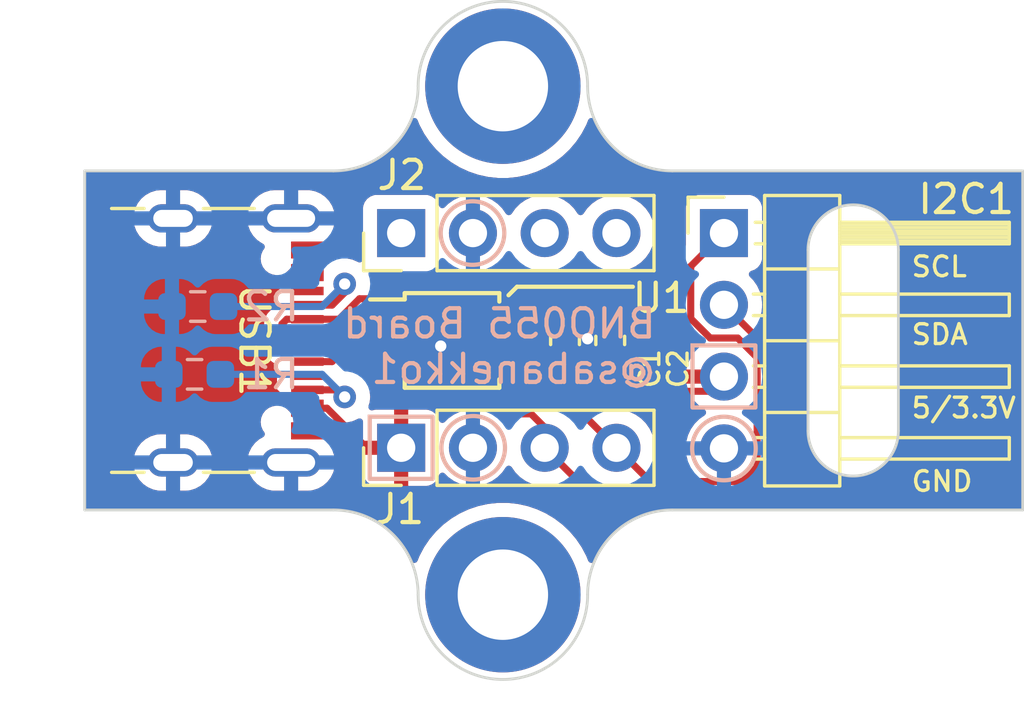
<source format=kicad_pcb>
(kicad_pcb (version 20240108) (generator "pcbnew") (generator_version "8.0")
  (layers (0 "F.Cu" signal) (31 "B.Cu" signal) (34 "B.Paste" user) (35 "F.Paste" user) (36 "B.SilkS" user "B.Silkscreen") (37 "F.SilkS" user "F.Silkscreen") (38 "B.Mask" user) (39 "F.Mask" user) (44 "Edge.Cuts" user))
  (net 0 "")
  (net 1 "+5V")
  (net 2 "GND")
  (net 3 "Net-(U1-V3)")
  (net 5 "SCL{slash}RX")
  (net 6 "SDA{slash}TX")
  (net 10 "Net-(USB1-CC2)")
  (net 11 "Net-(USB1-CC1)")
  (net 12 "Net-(U1-UD+)")
  (net 13 "Net-(U1-UD-)")
  (footprint "Connector_USB:USB_C_Receptacle_GCT_USB4105-xx-A_16P_TopMnt_Horizontal" (layer "F.Cu") (at 93 103.8 -90)
    (property "Reference" "USB1" (at 0 -1.8 -90) (layer "F.SilkS"))
    (property "Value" "USB_C_Receptacle_USB2.0")
    (fp_line (start -4.67 2.1) (end -4.67 3.25) (stroke (width 0.12)) (layer "F.SilkS"))
    (fp_line (start 4.67 2.1) (end 4.67 3.25) (stroke (width 0.12)) (layer "F.SilkS"))
    (fp_line (start -4.67 0) (end -4.67 -1.8) (stroke (width 0.12)) (layer "F.SilkS"))
    (fp_line (start 4.67 0) (end 4.67 -1.8) (stroke (width 0.12)) (layer "F.SilkS"))
    (pad "" np_thru_hole circle (at -2.89 -2.605 270) (size 0.65 0.65) (drill 0.65) (layers "F&B.Cu" "*.Mask"))
    (pad "" np_thru_hole circle (at 2.89 -2.605 270) (size 0.65 0.65) (drill 0.65) (layers "F&B.Cu" "*.Mask"))
    (pad "A1" smd rect (at -3.2 -3.68 270) (size 0.6 1.15) (layers "F.Cu" "F.Paste" "F.Mask") (net 2 "GND"))
    (pad "A4" smd rect (at -2.4 -3.68 270) (size 0.6 1.15) (layers "F.Cu" "F.Paste" "F.Mask") (net 1 "+5V"))
    (pad "A5" smd rect (at -1.25 -3.68 270) (size 0.3 1.15) (layers "F.Cu" "F.Paste" "F.Mask") (net 11 "Net-(USB1-CC1)"))
    (pad "A6" smd rect (at -0.25 -3.68 270) (size 0.3 1.15) (layers "F.Cu" "F.Paste" "F.Mask") (net 12 "Net-(U1-UD+)"))
    (pad "A7" smd rect (at 0.25 -3.68 270) (size 0.3 1.15) (layers "F.Cu" "F.Paste" "F.Mask") (net 13 "Net-(U1-UD-)"))
    (pad "A8" smd rect (at 1.25 -3.68 270) (size 0.3 1.15) (layers "F.Cu" "F.Paste" "F.Mask"))
    (pad "A9" smd rect (at 2.4 -3.68 270) (size 0.6 1.15) (layers "F.Cu" "F.Paste" "F.Mask") (net 1 "+5V"))
    (pad "A12" smd rect (at 3.2 -3.68 270) (size 0.6 1.15) (layers "F.Cu" "F.Paste" "F.Mask") (net 2 "GND"))
    (pad "B1" smd rect (at 3.2 -3.68 270) (size 0.6 1.15) (layers "F.Cu" "F.Paste" "F.Mask") (net 2 "GND"))
    (pad "B4" smd rect (at 2.4 -3.68 270) (size 0.6 1.15) (layers "F.Cu" "F.Paste" "F.Mask") (net 1 "+5V"))
    (pad "B5" smd rect (at 1.75 -3.68 270) (size 0.3 1.15) (layers "F.Cu" "F.Paste" "F.Mask") (net 10 "Net-(USB1-CC2)"))
    (pad "B6" smd rect (at 0.75 -3.68 270) (size 0.3 1.15) (layers "F.Cu" "F.Paste" "F.Mask") (net 12 "Net-(U1-UD+)"))
    (pad "B7" smd rect (at -0.75 -3.68 270) (size 0.3 1.15) (layers "F.Cu" "F.Paste" "F.Mask") (net 13 "Net-(U1-UD-)"))
    (pad "B8" smd rect (at -1.75 -3.68 270) (size 0.3 1.15) (layers "F.Cu" "F.Paste" "F.Mask"))
    (pad "B9" smd rect (at -2.4 -3.68 270) (size 0.6 1.15) (layers "F.Cu" "F.Paste" "F.Mask") (net 1 "+5V"))
    (pad "B12" smd rect (at -3.2 -3.68 270) (size 0.6 1.15) (layers "F.Cu" "F.Paste" "F.Mask") (net 2 "GND"))
    (pad "S1" thru_hole oval (at -4.32 -3.105 270) (size 1 2.1) (drill oval 0.6 1.7) (layers "*.Cu" "*.Mask") (net 2 "GND"))
    (pad "S1" thru_hole oval (at -4.32 1.075 270) (size 1 1.8) (drill oval 0.6 1.4) (layers "*.Cu" "*.Mask") (net 2 "GND"))
    (pad "S1" thru_hole oval (at 4.32 -3.105 270) (size 1 2.1) (drill oval 0.6 1.7) (layers "*.Cu" "*.Mask") (net 2 "GND"))
    (pad "S1" thru_hole oval (at 4.32 1.075 270) (size 1 1.8) (drill oval 0.6 1.4) (layers "*.Cu" "*.Mask") (net 2 "GND"))
  )
  (footprint "Connector_PinHeader_2.54mm:PinHeader_1x04_P2.54mm_Vertical" (layer "F.Cu") (at 100 100 90)
    (property "Reference" "J2" (at 2.05 0.025 180) (layer "F.SilkS"))
    (property "Value" "Conn_01x04")
    (fp_line (start -1.33 -1.33) (end 0 -1.33) (stroke (width 0.12)) (layer "F.SilkS"))
    (fp_line (start -1.33 0) (end -1.33 -1.33) (stroke (width 0.12)) (layer "F.SilkS"))
    (fp_line (start 1.33 1.27) (end 1.33 8.95) (stroke (width 0.12)) (layer "F.SilkS"))
    (fp_line (start -1.33 1.27) (end 1.33 1.27) (stroke (width 0.12)) (layer "F.SilkS"))
    (fp_line (start -1.33 1.27) (end -1.33 8.95) (stroke (width 0.12)) (layer "F.SilkS"))
    (fp_line (start -1.33 8.95) (end 1.33 8.95) (stroke (width 0.12)) (layer "F.SilkS"))
    (pad "1" thru_hole rect (at 0 0 90) (size 1.7 1.7) (drill 1) (layers "*.Cu" "*.Mask"))
    (pad "2" thru_hole oval (at 0 2.54 90) (size 1.7 1.7) (drill 1) (layers "*.Cu" "*.Mask") (net 2 "GND"))
    (pad "3" thru_hole oval (at 0 5.08 90) (size 1.7 1.7) (drill 1) (layers "*.Cu" "*.Mask"))
    (pad "4" thru_hole oval (at 0 7.62 90) (size 1.7 1.7) (drill 1) (layers "*.Cu" "*.Mask"))
  )
  (footprint "Capacitor_SMD:C_0603_1608Metric_Pad1.08x0.95mm_HandSolder" (layer "F.Cu") (at 107.4 103.8 90)
    (property "Reference" "C2" (at -1 2.4 90) (layer "F.SilkS") (effects (font (size 0.7 0.7) (thickness 0.12) (bold yes))))
    (property "Value" "C")
    (fp_line (start -0.146267 -0.51) (end 0.146267 -0.51) (stroke (width 0.12)) (layer "F.SilkS"))
    (fp_line (start -0.146267 0.51) (end 0.146267 0.51) (stroke (width 0.12)) (layer "F.SilkS"))
    (pad "1" smd roundrect (at -0.8625 0 90) (size 1.075 0.95) (layers "F.Cu" "F.Paste" "F.Mask") (net 3 "Net-(U1-V3)"))
    (pad "2" smd roundrect (at 0.8625 0 90) (size 1.075 0.95) (layers "F.Cu" "F.Paste" "F.Mask") (net 2 "GND"))
  )
  (footprint "Capacitor_SMD:C_0603_1608Metric_Pad1.08x0.95mm_HandSolder" (layer "F.Cu") (at 105.8 103.8 90)
    (property "Reference" "C1" (at -1 3 90) (layer "F.SilkS") (effects (font (size 0.7 0.7) (thickness 0.12) (bold yes))))
    (property "Value" "C")
    (fp_line (start -0.146267 -0.51) (end 0.146267 -0.51) (stroke (width 0.12)) (layer "F.SilkS"))
    (fp_line (start -0.146267 0.51) (end 0.146267 0.51) (stroke (width 0.12)) (layer "F.SilkS"))
    (pad "1" smd roundrect (at -0.8625 0 90) (size 1.075 0.95) (layers "F.Cu" "F.Paste" "F.Mask") (net 1 "+5V"))
    (pad "2" smd roundrect (at 0.8625 0 90) (size 1.075 0.95) (layers "F.Cu" "F.Paste" "F.Mask") (net 2 "GND"))
  )
  (footprint "Connector_PinHeader_2.54mm:PinHeader_1x04_P2.54mm_Horizontal" (layer "F.Cu") (at 111.425 100)
    (property "Reference" "I2C1" (at 8.575 -1.2 0) (layer "F.SilkS"))
    (property "Value" "Conn_01x04")
    (fp_line (start -1.27 -1.27) (end 0 -1.27) (stroke (width 0.12)) (layer "F.SilkS"))
    (fp_line (start -1.27 0) (end -1.27 -1.27) (stroke (width 0.12)) (layer "F.SilkS"))
    (fp_line (start 1.042929 2.16) (end 1.44 2.16) (stroke (width 0.12)) (layer "F.SilkS"))
    (fp_line (start 1.042929 2.92) (end 1.44 2.92) (stroke (width 0.12)) (layer "F.SilkS"))
    (fp_line (start 1.042929 4.7) (end 1.44 4.7) (stroke (width 0.12)) (layer "F.SilkS"))
    (fp_line (start 1.042929 5.46) (end 1.44 5.46) (stroke (width 0.12)) (layer "F.SilkS"))
    (fp_line (start 1.042929 7.24) (end 1.44 7.24) (stroke (width 0.12)) (layer "F.SilkS"))
    (fp_line (start 1.042929 8) (end 1.44 8) (stroke (width 0.12)) (layer "F.SilkS"))
    (fp_line (start 1.11 -0.38) (end 1.44 -0.38) (stroke (width 0.12)) (layer "F.SilkS"))
    (fp_line (start 1.11 0.38) (end 1.44 0.38) (stroke (width 0.12)) (layer "F.SilkS"))
    (fp_line (start 1.44 -1.33) (end 1.44 8.95) (stroke (width 0.12)) (layer "F.SilkS"))
    (fp_line (start 1.44 1.27) (end 4.1 1.27) (stroke (width 0.12)) (layer "F.SilkS"))
    (fp_line (start 1.44 3.81) (end 4.1 3.81) (stroke (width 0.12)) (layer "F.SilkS"))
    (fp_line (start 1.44 6.35) (end 4.1 6.35) (stroke (width 0.12)) (layer "F.SilkS"))
    (fp_line (start 1.44 8.95) (end 4.1 8.95) (stroke (width 0.12)) (layer "F.SilkS"))
    (fp_line (start 4.1 -1.33) (end 1.44 -1.33) (stroke (width 0.12)) (layer "F.SilkS"))
    (fp_line (start 4.1 -0.38) (end 10.1 -0.38) (stroke (width 0.12)) (layer "F.SilkS"))
    (fp_line (start 4.1 -0.32) (end 10.1 -0.32) (stroke (width 0.12)) (layer "F.SilkS"))
    (fp_line (start 4.1 -0.2) (end 10.1 -0.2) (stroke (width 0.12)) (layer "F.SilkS"))
    (fp_line (start 4.1 -0.08) (end 10.1 -0.08) (stroke (width 0.12)) (layer "F.SilkS"))
    (fp_line (start 4.1 0.04) (end 10.1 0.04) (stroke (width 0.12)) (layer "F.SilkS"))
    (fp_line (start 4.1 0.16) (end 10.1 0.16) (stroke (width 0.12)) (layer "F.SilkS"))
    (fp_line (start 4.1 0.28) (end 10.1 0.28) (stroke (width 0.12)) (layer "F.SilkS"))
    (fp_line (start 4.1 2.16) (end 10.1 2.16) (stroke (width 0.12)) (layer "F.SilkS"))
    (fp_line (start 4.1 4.7) (end 10.1 4.7) (stroke (width 0.12)) (layer "F.SilkS"))
    (fp_line (start 4.1 7.24) (end 10.1 7.24) (stroke (width 0.12)) (layer "F.SilkS"))
    (fp_line (start 4.1 8.95) (end 4.1 -1.33) (stroke (width 0.12)) (layer "F.SilkS"))
    (fp_line (start 10.1 -0.38) (end 10.1 0.38) (stroke (width 0.12)) (layer "F.SilkS"))
    (fp_line (start 10.1 0.38) (end 4.1 0.38) (stroke (width 0.12)) (layer "F.SilkS"))
    (fp_line (start 10.1 2.16) (end 10.1 2.92) (stroke (width 0.12)) (layer "F.SilkS"))
    (fp_line (start 10.1 2.92) (end 4.1 2.92) (stroke (width 0.12)) (layer "F.SilkS"))
    (fp_line (start 10.1 4.7) (end 10.1 5.46) (stroke (width 0.12)) (layer "F.SilkS"))
    (fp_line (start 10.1 5.46) (end 4.1 5.46) (stroke (width 0.12)) (layer "F.SilkS"))
    (fp_line (start 10.1 7.24) (end 10.1 8) (stroke (width 0.12)) (layer "F.SilkS"))
    (fp_line (start 10.1 8) (end 4.1 8) (stroke (width 0.12)) (layer "F.SilkS"))
    (pad "1" thru_hole rect (at 0 0) (size 1.7 1.7) (drill 1) (layers "*.Cu" "*.Mask") (net 5 "SCL{slash}RX"))
    (pad "2" thru_hole oval (at 0 2.54) (size 1.7 1.7) (drill 1) (layers "*.Cu" "*.Mask") (net 6 "SDA{slash}TX"))
    (pad "3" thru_hole oval (at 0 5.08) (size 1.7 1.7) (drill 1) (layers "*.Cu" "*.Mask") (net 1 "+5V"))
    (pad "4" thru_hole oval (at 0 7.62) (size 1.7 1.7) (drill 1) (layers "*.Cu" "*.Mask") (net 2 "GND"))
  )
  (footprint "Connector_PinHeader_2.54mm:PinHeader_1x04_P2.54mm_Vertical" (layer "F.Cu") (at 100 107.6 90)
    (property "Reference" "J1" (at -2.175 -0.05 180) (layer "F.SilkS"))
    (property "Value" "Conn_01x04")
    (fp_line (start -1.33 -1.33) (end 0 -1.33) (stroke (width 0.12)) (layer "F.SilkS"))
    (fp_line (start -1.33 0) (end -1.33 -1.33) (stroke (width 0.12)) (layer "F.SilkS"))
    (fp_line (start 1.33 1.27) (end 1.33 8.95) (stroke (width 0.12)) (layer "F.SilkS"))
    (fp_line (start -1.33 1.27) (end 1.33 1.27) (stroke (width 0.12)) (layer "F.SilkS"))
    (fp_line (start -1.33 1.27) (end -1.33 8.95) (stroke (width 0.12)) (layer "F.SilkS"))
    (fp_line (start -1.33 8.95) (end 1.33 8.95) (stroke (width 0.12)) (layer "F.SilkS"))
    (pad "1" thru_hole rect (at 0 0 90) (size 1.7 1.7) (drill 1) (layers "*.Cu" "*.Mask") (net 1 "+5V"))
    (pad "2" thru_hole oval (at 0 2.54 90) (size 1.7 1.7) (drill 1) (layers "*.Cu" "*.Mask") (net 2 "GND"))
    (pad "3" thru_hole oval (at 0 5.08 90) (size 1.7 1.7) (drill 1) (layers "*.Cu" "*.Mask") (net 6 "SDA{slash}TX"))
    (pad "4" thru_hole oval (at 0 7.62 90) (size 1.7 1.7) (drill 1) (layers "*.Cu" "*.Mask") (net 5 "SCL{slash}RX"))
  )
  (footprint "MountingHole:MountingHole_3.2mm_M3_ISO14580_Pad" (layer "F.Cu") (at 103.6 112.8)
    (property "Reference" "H1" (hide yes))
    (property "Value" "MountingHole")
    (pad "1" thru_hole circle (at 0 0) (size 5.5 5.5) (drill 3.2) (layers "*.Cu" "*.Mask"))
  )
  (footprint "Package_SO:MSOP-10_3x3mm_P0.5mm" (layer "F.Cu") (at 101.8 103.8)
    (property "Reference" "U1" (at 7.4 -1.5 180) (layer "F.SilkS"))
    (property "Value" "CH340E")
    (fp_line (start -1.675 -1.675) (end -1.675 -1.45) (stroke (width 0.15)) (layer "F.SilkS"))
    (fp_line (start -1.675 -1.675) (end 1.675 -1.675) (stroke (width 0.15)) (layer "F.SilkS"))
    (fp_line (start -1.675 -1.45) (end -2.9 -1.45) (stroke (width 0.15)) (layer "F.SilkS"))
    (fp_line (start -1.675 1.675) (end -1.675 1.375) (stroke (width 0.15)) (layer "F.SilkS"))
    (fp_line (start -1.675 1.675) (end 1.675 1.675) (stroke (width 0.15)) (layer "F.SilkS"))
    (fp_line (start 1.675 -1.675) (end 1.675 -1.375) (stroke (width 0.15)) (layer "F.SilkS"))
    (fp_line (start 1.675 1.675) (end 1.675 1.375) (stroke (width 0.15)) (layer "F.SilkS"))
    (pad "1" smd rect (at -2.2 -1) (size 1.4 0.3) (layers "F.Cu" "F.Paste" "F.Mask") (net 12 "Net-(U1-UD+)"))
    (pad "2" smd rect (at -2.2 -0.5) (size 1.4 0.3) (layers "F.Cu" "F.Paste" "F.Mask") (net 13 "Net-(U1-UD-)"))
    (pad "3" smd rect (at -2.2 0) (size 1.4 0.3) (layers "F.Cu" "F.Paste" "F.Mask") (net 2 "GND"))
    (pad "4" smd rect (at -2.2 0.5) (size 1.4 0.3) (layers "F.Cu" "F.Paste" "F.Mask"))
    (pad "5" smd rect (at -2.2 1) (size 1.4 0.3) (layers "F.Cu" "F.Paste" "F.Mask"))
    (pad "6" smd rect (at 2.2 1) (size 1.4 0.3) (layers "F.Cu" "F.Paste" "F.Mask"))
    (pad "7" smd rect (at 2.2 0.5) (size 1.4 0.3) (layers "F.Cu" "F.Paste" "F.Mask") (net 1 "+5V"))
    (pad "8" smd rect (at 2.2 0) (size 1.4 0.3) (layers "F.Cu" "F.Paste" "F.Mask") (net 5 "SCL{slash}RX"))
    (pad "9" smd rect (at 2.2 -0.5) (size 1.4 0.3) (layers "F.Cu" "F.Paste" "F.Mask") (net 6 "SDA{slash}TX"))
    (pad "10" smd rect (at 2.2 -1) (size 1.4 0.3) (layers "F.Cu" "F.Paste" "F.Mask") (net 3 "Net-(U1-V3)"))
  )
  (footprint "MountingHole:MountingHole_3.2mm_M3_ISO14580_Pad" (layer "F.Cu") (at 103.6 94.8)
    (property "Reference" "H2" (hide yes))
    (property "Value" "MountingHole")
    (pad "1" thru_hole circle (at 0 0) (size 5.5 5.5) (drill 3.2) (layers "*.Cu" "*.Mask"))
  )
  (footprint "Resistor_SMD:R_0603_1608Metric_Pad0.98x0.95mm_HandSolder" (layer "B.Cu") (at 92.6875 105 180)
    (property "Reference" "R1" (at -2.7125 0 0) (layer "B.SilkS") (effects (justify mirror)))
    (property "Value" "R")
    (fp_line (start -0.254724 0.5225) (end 0.254724 0.5225) (stroke (width 0.12)) (layer "B.SilkS"))
    (fp_line (start -0.254724 -0.5225) (end 0.254724 -0.5225) (stroke (width 0.12)) (layer "B.SilkS"))
    (pad "1" smd roundrect (at -0.9125 0 180) (size 0.975 0.95) (layers "B.Cu" "B.Paste" "B.Mask") (net 10 "Net-(USB1-CC2)"))
    (pad "2" smd roundrect (at 0.9125 0 180) (size 0.975 0.95) (layers "B.Cu" "B.Paste" "B.Mask") (net 2 "GND"))
  )
  (footprint "Resistor_SMD:R_0603_1608Metric_Pad0.98x0.95mm_HandSolder" (layer "B.Cu") (at 92.8 102.6 180)
    (property "Reference" "R2" (at -2.6 0 0) (layer "B.SilkS") (effects (justify mirror)))
    (property "Value" "R")
    (fp_line (start -0.254724 0.5225) (end 0.254724 0.5225) (stroke (width 0.12)) (layer "B.SilkS"))
    (fp_line (start -0.254724 -0.5225) (end 0.254724 -0.5225) (stroke (width 0.12)) (layer "B.SilkS"))
    (pad "1" smd roundrect (at -0.9125 0 180) (size 0.975 0.95) (layers "B.Cu" "B.Paste" "B.Mask") (net 11 "Net-(USB1-CC1)"))
    (pad "2" smd roundrect (at 0.9125 0 180) (size 0.975 0.95) (layers "B.Cu" "B.Paste" "B.Mask") (net 2 "GND"))
  )
  (gr_circle (center 102.55 107.600277) (end 102.525 106.475277) (stroke (width 0.15)) (fill none) (layer "B.SilkS"))
  (gr_rect (start 98.8875 106.5) (end 101.1125 108.7) (stroke (width 0.15)) (fill none) (layer "B.SilkS"))
  (gr_circle (center 102.525 100) (end 102.5 98.875) (stroke (width 0.15)) (fill none) (layer "B.SilkS"))
  (gr_rect (start 110.3125 103.975) (end 112.5375 106.175) (stroke (width 0.15)) (fill none) (layer "B.SilkS"))
  (gr_circle (center 111.425 107.625277) (end 111.4 106.500277) (stroke (width 0.15)) (fill none) (layer "B.SilkS"))
  (gr_line (start 108.2 101.9) (end 104.1 101.9) (stroke (width 0.15)) (layer "F.SilkS"))
  (gr_line (start 104.1 101.9) (end 103.8 102.2) (stroke (width 0.15)) (layer "F.SilkS"))
  (gr_arc (start 97.600001 109.799999) (mid 99.721321 110.678679) (end 100.600001 112.799999) (stroke (width 0.1)) (layer "Edge.Cuts"))
  (gr_arc (start 100.6 94.8) (mid 103.6 91.8) (end 106.6 94.8) (stroke (width 0.1)) (layer "Edge.Cuts"))
  (gr_arc (start 106.6 112.8) (mid 107.47868 110.67868) (end 109.6 109.8) (stroke (width 0.1)) (layer "Edge.Cuts"))
  (gr_line (start 97.600001 109.799999) (end 88.8 109.8) (stroke (width 0.1)) (layer "Edge.Cuts"))
  (gr_line (start 109.6 109.8) (end 122 109.8) (stroke (width 0.1)) (layer "Edge.Cuts"))
  (gr_arc (start 106.6 112.8) (mid 103.6 115.8) (end 100.6 112.8) (stroke (width 0.1)) (layer "Edge.Cuts"))
  (gr_line (start 88.8 97.8) (end 97.6 97.8) (stroke (width 0.1)) (layer "Edge.Cuts"))
  (gr_arc (start 117.6 107) (mid 116 108.6) (end 114.4 107) (stroke (width 0.1)) (layer "Edge.Cuts"))
  (gr_line (start 114.4 107) (end 114.4 100.6) (stroke (width 0.1)) (layer "Edge.Cuts"))
  (gr_arc (start 100.6 94.8) (mid 99.72132 96.92132) (end 97.6 97.8) (stroke (width 0.1)) (layer "Edge.Cuts"))
  (gr_line (start 88.8 109.8) (end 88.8 97.8) (stroke (width 0.1)) (layer "Edge.Cuts"))
  (gr_arc (start 109.6 97.8) (mid 107.47868 96.92132) (end 106.6 94.8) (stroke (width 0.1)) (layer "Edge.Cuts"))
  (gr_line (start 122 97.8) (end 109.6 97.8) (stroke (width 0.1)) (layer "Edge.Cuts"))
  (gr_arc (start 114.4 100.6) (mid 116 99) (end 117.6 100.6) (stroke (width 0.1)) (layer "Edge.Cuts"))
  (gr_line (start 117.6 100.6) (end 117.6 107) (stroke (width 0.1)) (layer "Edge.Cuts"))
  (gr_line (start 122 109.8) (end 122 97.8) (stroke (width 0.1)) (layer "Edge.Cuts"))
  (gr_text "BNO055 Board\n@sabanekko1" (at 109.1 105.4 0) (layer "B.SilkS") (effects (font (size 1 1)) (justify left bottom mirror)))
  (gr_text "GND" (at 118 109.2 0) (layer "F.SilkS") (effects (font (size 0.7 0.7) (thickness 0.12) (bold yes)) (justify left bottom)))
  (gr_text "SDA" (at 118 104 0) (layer "F.SilkS") (effects (font (size 0.7 0.7) (thickness 0.12) (bold yes)) (justify left bottom)))
  (gr_text "SCL" (at 118 101.6 0) (layer "F.SilkS") (effects (font (size 0.7 0.7) (thickness 0.12) (bold yes)) (justify left bottom)))
  (gr_text "5/3.3V" (at 118 106.6 0) (layer "F.SilkS") (effects (font (size 0.7 0.7) (thickness 0.12) (bold yes)) (justify left bottom)))
  (segment (start 96.104949 101.4) (end 96.68 101.4) (width 0.25) (layer "F.Cu") (net 1))
  (segment (start 105.4375 104.3) (end 105.8 104.6625) (width 0.25) (layer "F.Cu") (net 1))
  (segment (start 96.104949 106.2) (end 95 105.095051) (width 0.25) (layer "F.Cu") (net 1))
  (segment (start 96.68 106.2) (end 96.104949 106.2) (width 0.25) (layer "F.Cu") (net 1))
  (segment (start 97.374695 106.2) (end 98.774695 107.6) (width 0.25) (layer "F.Cu") (net 1))
  (segment (start 98.774695 107.6) (end 100 107.6) (width 0.25) (layer "F.Cu") (net 1))
  (segment (start 105.8 105.05) (end 106.35 105.6) (width 0.25) (layer "F.Cu") (net 1))
  (segment (start 104 104.3) (end 105.4375 104.3) (width 0.25) (layer "F.Cu") (net 1))
  (segment (start 96.68 106.2) (end 97.374695 106.2) (width 0.25) (layer "F.Cu") (net 1))
  (segment (start 105.8 104.6625) (end 105.8 105.05) (width 0.25) (layer "F.Cu") (net 1))
  (segment (start 106.35 105.6) (end 110.905 105.6) (width 0.25) (layer "F.Cu") (net 1))
  (segment (start 95 105.095051) (end 95 102.504949) (width 0.25) (layer "F.Cu") (net 1))
  (segment (start 95 102.504949) (end 96.104949 101.4) (width 0.25) (layer "F.Cu") (net 1))
  (segment (start 110.905 105.6) (end 111.425 105.08) (width 0.25) (layer "F.Cu") (net 1))
  (segment (start 101.2 103.8) (end 101.4 104) (width 0.25) (layer "F.Cu") (net 2))
  (segment (start 106.597706 103.797706) (end 106.597706 103.740617) (width 0.25) (layer "F.Cu") (net 2))
  (segment (start 107.4 102.9375) (end 105.8 102.9375) (width 0.25) (layer "F.Cu") (net 2))
  (segment (start 105.8 103) (end 106.597706 103.797706) (width 0.25) (layer "F.Cu") (net 2))
  (segment (start 99.6 103.8) (end 101.2 103.8) (width 0.25) (layer "F.Cu") (net 2))
  (segment (start 105.8 102.9375) (end 105.8 103) (width 0.25) (layer "F.Cu") (net 2))
  (via (at 106.597706 103.740617) (size 0.8) (drill 0.4) (layers "F.Cu" "B.Cu") (net 2))
  (via (at 101.4 104) (size 0.8) (drill 0.4) (layers "F.Cu" "B.Cu") (net 2))
  (segment (start 108.2 102.404505) (end 108.2 103.8625) (width 0.25) (layer "F.Cu") (net 3))
  (segment (start 107.870495 102.075) (end 108.2 102.404505) (width 0.25) (layer "F.Cu") (net 3))
  (segment (start 108.2 103.8625) (end 107.4 104.6625) (width 0.25) (layer "F.Cu") (net 3))
  (segment (start 104.725 102.075) (end 107.870495 102.075) (width 0.25) (layer "F.Cu") (net 3))
  (segment (start 104 102.8) (end 104.725 102.075) (width 0.25) (layer "F.Cu") (net 3))
  (segment (start 107.62 107.6) (end 108.815 108.795) (width 0.25) (layer "F.Cu") (net 5))
  (segment (start 108.815 108.795) (end 112.08 108.795) (width 0.25) (layer "F.Cu") (net 5))
  (segment (start 105.82 105.8) (end 103.600001 105.8) (width 0.25) (layer "F.Cu") (net 5))
  (segment (start 102.975 105.174999) (end 102.975 103.825) (width 0.25) (layer "F.Cu") (net 5))
  (segment (start 103.600001 105.8) (end 102.975 105.174999) (width 0.25) (layer "F.Cu") (net 5))
  (segment (start 110.25 101.175) (end 111.425 100) (width 0.25) (layer "F.Cu") (net 5))
  (segment (start 112.08 108.795) (end 112.6 108.275) (width 0.25) (layer "F.Cu") (net 5))
  (segment (start 107.62 107.6) (end 105.82 105.8) (width 0.25) (layer "F.Cu") (net 5))
  (segment (start 110.938299 103.715) (end 110.25 103.026701) (width 0.25) (layer "F.Cu") (net 5))
  (segment (start 112.6 108.275) (end 112.6 104.403299) (width 0.25) (layer "F.Cu") (net 5))
  (segment (start 103 103.8) (end 104 103.8) (width 0.25) (layer "F.Cu") (net 5))
  (segment (start 111.911701 103.715) (end 110.938299 103.715) (width 0.25) (layer "F.Cu") (net 5))
  (segment (start 110.25 103.026701) (end 110.25 101.175) (width 0.25) (layer "F.Cu") (net 5))
  (segment (start 112.6 104.403299) (end 111.911701 103.715) (width 0.25) (layer "F.Cu") (net 5))
  (segment (start 102.975 103.825) (end 103 103.8) (width 0.25) (layer "F.Cu") (net 5))
  (segment (start 105.08 107.6) (end 106.725 109.245) (width 0.25) (layer "F.Cu") (net 6))
  (segment (start 102.525 103.638604) (end 102.863604 103.3) (width 0.25) (layer "F.Cu") (net 6))
  (segment (start 105.08 106.88) (end 104.6 106.4) (width 0.25) (layer "F.Cu") (net 6))
  (segment (start 102.863604 103.3) (end 104 103.3) (width 0.25) (layer "F.Cu") (net 6))
  (segment (start 105.08 107.6) (end 105.08 106.88) (width 0.25) (layer "F.Cu") (net 6))
  (segment (start 112.266396 109.245) (end 113.05 108.461396) (width 0.25) (layer "F.Cu") (net 6))
  (segment (start 113.05 104.165) (end 111.425 102.54) (width 0.25) (layer "F.Cu") (net 6))
  (segment (start 113.05 108.461396) (end 113.05 104.165) (width 0.25) (layer "F.Cu") (net 6))
  (segment (start 102.525 105.361395) (end 102.525 103.638604) (width 0.25) (layer "F.Cu") (net 6))
  (segment (start 103.563605 106.4) (end 102.525 105.361395) (width 0.25) (layer "F.Cu") (net 6))
  (segment (start 104.6 106.4) (end 103.563605 106.4) (width 0.25) (layer "F.Cu") (net 6))
  (segment (start 106.725 109.245) (end 112.266396 109.245) (width 0.25) (layer "F.Cu") (net 6))
  (segment (start 97.75 105.55) (end 98 105.8) (width 0.25) (layer "F.Cu") (net 10))
  (segment (start 96.68 105.55) (end 97.75 105.55) (width 0.25) (layer "F.Cu") (net 10))
  (via (at 98 105.8) (size 0.8) (drill 0.4) (layers "F.Cu" "B.Cu") (net 10))
  (segment (start 98 105.8) (end 97.2 105) (width 0.25) (layer "B.Cu") (net 10))
  (segment (start 97.2 105) (end 93.6 105) (width 0.25) (layer "B.Cu") (net 10))
  (segment (start 98 102.105) (end 98 101.8) (width 0.25) (layer "F.Cu") (net 11))
  (segment (start 96.68 102.55) (end 97.555 102.55) (width 0.25) (layer "F.Cu") (net 11))
  (segment (start 97.555 102.55) (end 98 102.105) (width 0.25) (layer "F.Cu") (net 11))
  (via (at 98 101.8) (size 0.8) (drill 0.4) (layers "F.Cu" "B.Cu") (net 11))
  (segment (start 97.2 102.6) (end 93.7125 102.6) (width 0.25) (layer "B.Cu") (net 11))
  (segment (start 98 101.8) (end 97.2 102.6) (width 0.25) (layer "B.Cu") (net 11))
  (segment (start 97.58 103.593604) (end 97.536396 103.55) (width 0.25) (layer "F.Cu") (net 12))
  (segment (start 98.686396 102.8) (end 97.936396 103.55) (width 0.25) (layer "F.Cu") (net 12))
  (segment (start 97.936396 103.55) (end 97.536396 103.55) (width 0.25) (layer "F.Cu") (net 12))
  (segment (start 97.555 104.55) (end 97.58 104.525) (width 0.25) (layer "F.Cu") (net 12))
  (segment (start 96.68 104.55) (end 97.555 104.55) (width 0.25) (layer "F.Cu") (net 12))
  (segment (start 97.536396 103.55) (end 96.68 103.55) (width 0.25) (layer "F.Cu") (net 12))
  (segment (start 99.2 102.8) (end 99.175 102.825) (width 0.25) (layer "F.Cu") (net 12))
  (segment (start 97.58 104.525) (end 97.58 103.593604) (width 0.25) (layer "F.Cu") (net 12))
  (segment (start 99.6 102.8) (end 98.686396 102.8) (width 0.25) (layer "F.Cu") (net 12))
  (segment (start 99.6 102.8) (end 99.2 102.8) (width 0.25) (layer "F.Cu") (net 12))
  (segment (start 95.805 104.05) (end 95.78 104.025) (width 0.25) (layer "F.Cu") (net 13))
  (segment (start 95.95 103.05) (end 96.68 103.05) (width 0.25) (layer "F.Cu") (net 13))
  (segment (start 98.525 102.325) (end 97.8 103.05) (width 0.25) (layer "F.Cu") (net 13))
  (segment (start 96.68 104.05) (end 95.805 104.05) (width 0.25) (layer "F.Cu") (net 13))
  (segment (start 95.78 103.22) (end 95.95 103.05) (width 0.25) (layer "F.Cu") (net 13))
  (segment (start 100.8 102.5) (end 100.625 102.325) (width 0.25) (layer "F.Cu") (net 13))
  (segment (start 99.6 103.3) (end 100.6 103.3) (width 0.25) (layer "F.Cu") (net 13))
  (segment (start 95.78 104.025) (end 95.78 103.22) (width 0.25) (layer "F.Cu") (net 13))
  (segment (start 97.8 103.05) (end 96.68 103.05) (width 0.25) (layer "F.Cu") (net 13))
  (segment (start 100.6 103.3) (end 100.8 103.1) (width 0.25) (layer "F.Cu") (net 13))
  (segment (start 100.8 103.1) (end 100.8 102.5) (width 0.25) (layer "F.Cu") (net 13))
  (segment (start 100.625 102.325) (end 98.525 102.325) (width 0.25) (layer "F.Cu") (net 13))
  (zone (net 1) (net_name "+5V") (layer "F.Cu") (priority 1) (connect_pads (clearance 0.5)) (min_thickness 0.25) (fill yes (thermal_gap 0.5) (thermal_bridge_width 0.5))
    (polygon (pts (xy 85.8 91.8) (xy 122 91.8) (xy 122 115.8) (xy 85.8 115.8)))
  )
  (zone (net 2) (net_name "GND") (layer "B.Cu") (connect_pads (clearance 0.5)) (min_thickness 0.25) (fill yes (thermal_gap 0.5) (thermal_bridge_width 0.5))
    (polygon (pts (xy 88.8 91.8) (xy 122 91.8) (xy 122 115.8) (xy 88.8 115.8)))
  )
)
</source>
